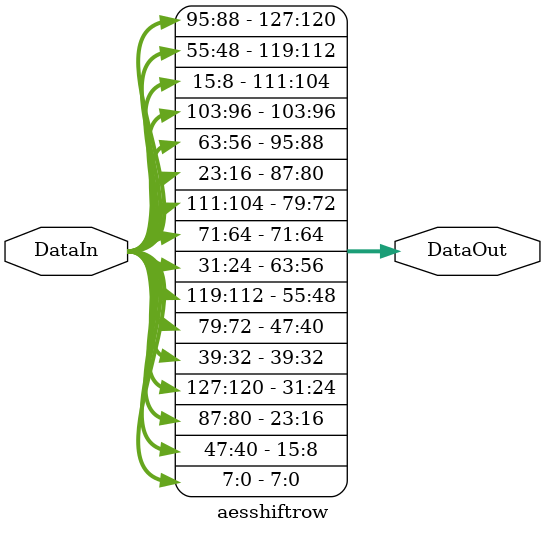
<source format=sv>

module aesshiftrow(input  logic [127:0] DataIn, output logic [127:0] DataOut);
		    
   assign DataOut = {DataIn[95:88], DataIn[55:48], DataIn[15:8], DataIn[103:96],
                     DataIn[63:56], DataIn[23:16], DataIn[111:104], DataIn[71:64],
                     DataIn[31:24], DataIn[119:112], DataIn[79:72], DataIn[39:32],
                     DataIn[127:120], DataIn[87:80], DataIn[47:40], DataIn[7:0]};   
endmodule

</source>
